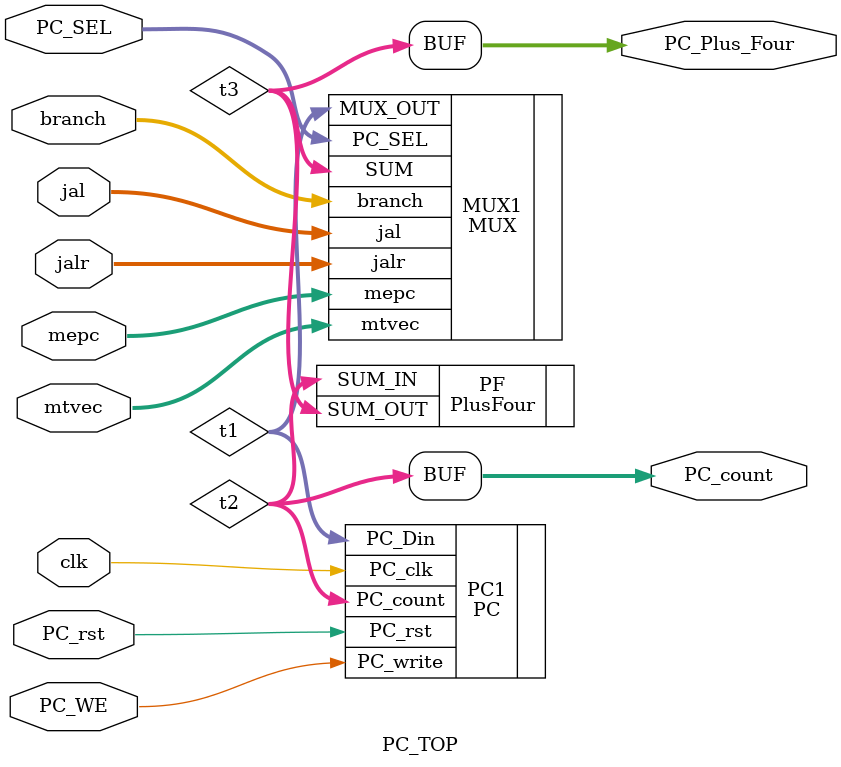
<source format=sv>
`timescale 1ns / 1ps


module PC_TOP(
// initializa all inputs and outputs
    input logic PC_rst,
    input logic PC_WE,
    input logic[31:0] jalr,
    input logic[31:0] branch,
    input logic [31:0]jal,
    input logic [31:0] mtvec,
    input logic [31:0] mepc,
    input logic [2:0]PC_SEL,
    input logic clk,
    output logic [31:0] PC_count,
    output logic [31:0] PC_Plus_Four
    );
    // initialize all internal connections
      logic [31:0] t1,t2,t3;
    
    // link all the lower modules inputs and outputs together
    assign PC_count=t2;
    assign PC_Plus_Four=t3;
    PlusFour PF (.SUM_IN(t2),.SUM_OUT(t3));    
     
    MUX MUX1 (.SUM(t3),
            .jalr(jalr),
            .branch(branch),
            .jal(jal),
            .mtvec(mtvec),
            .mepc(mepc),
            .PC_SEL(PC_SEL),
            .MUX_OUT(t1));
    
    PC PC1(.PC_write(PC_WE),
            .PC_rst(PC_rst),
            .PC_Din(t1),
            .PC_clk(clk),
            .PC_count(t2));
                    
 
endmodule

</source>
